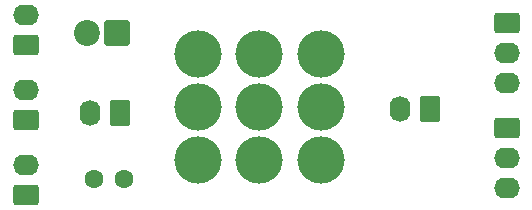
<source format=gbr>
%TF.GenerationSoftware,KiCad,Pcbnew,9.0.0*%
%TF.CreationDate,2025-08-04T16:21:28+01:00*%
%TF.ProjectId,FootSw,466f6f74-5377-42e6-9b69-6361645f7063,V1.3*%
%TF.SameCoordinates,Original*%
%TF.FileFunction,Soldermask,Bot*%
%TF.FilePolarity,Negative*%
%FSLAX46Y46*%
G04 Gerber Fmt 4.6, Leading zero omitted, Abs format (unit mm)*
G04 Created by KiCad (PCBNEW 9.0.0) date 2025-08-04 16:21:28*
%MOMM*%
%LPD*%
G01*
G04 APERTURE LIST*
G04 Aperture macros list*
%AMRoundRect*
0 Rectangle with rounded corners*
0 $1 Rounding radius*
0 $2 $3 $4 $5 $6 $7 $8 $9 X,Y pos of 4 corners*
0 Add a 4 corners polygon primitive as box body*
4,1,4,$2,$3,$4,$5,$6,$7,$8,$9,$2,$3,0*
0 Add four circle primitives for the rounded corners*
1,1,$1+$1,$2,$3*
1,1,$1+$1,$4,$5*
1,1,$1+$1,$6,$7*
1,1,$1+$1,$8,$9*
0 Add four rect primitives between the rounded corners*
20,1,$1+$1,$2,$3,$4,$5,0*
20,1,$1+$1,$4,$5,$6,$7,0*
20,1,$1+$1,$6,$7,$8,$9,0*
20,1,$1+$1,$8,$9,$2,$3,0*%
G04 Aperture macros list end*
%ADD10RoundRect,0.250000X0.620000X0.845000X-0.620000X0.845000X-0.620000X-0.845000X0.620000X-0.845000X0*%
%ADD11O,1.740000X2.190000*%
%ADD12RoundRect,0.250000X0.845000X-0.620000X0.845000X0.620000X-0.845000X0.620000X-0.845000X-0.620000X0*%
%ADD13O,2.190000X1.740000*%
%ADD14RoundRect,0.249999X0.850001X0.850001X-0.850001X0.850001X-0.850001X-0.850001X0.850001X-0.850001X0*%
%ADD15C,2.200000*%
%ADD16C,4.000000*%
%ADD17RoundRect,0.250000X-0.845000X0.620000X-0.845000X-0.620000X0.845000X-0.620000X0.845000X0.620000X0*%
%ADD18C,1.600000*%
G04 APERTURE END LIST*
D10*
%TO.C,J5*%
X67500000Y-59500000D03*
D11*
X64960000Y-59500000D03*
%TD*%
D12*
%TO.C,J8*%
X59500000Y-66440000D03*
D13*
X59500000Y-63900000D03*
%TD*%
D14*
%TO.C,D2*%
X67250000Y-52750000D03*
D15*
X64710000Y-52750000D03*
%TD*%
D16*
%TO.C,SW1*%
X74100000Y-54500000D03*
X74100000Y-59000000D03*
X74100000Y-63500000D03*
X79300000Y-54500000D03*
X79300000Y-59000000D03*
X79300000Y-63500000D03*
X84500000Y-54500000D03*
X84500000Y-59000000D03*
X84500000Y-63500000D03*
%TD*%
D12*
%TO.C,J9*%
X59500000Y-60140000D03*
D13*
X59500000Y-57600000D03*
%TD*%
D17*
%TO.C,J7*%
X100250000Y-51920000D03*
D13*
X100250000Y-54460000D03*
X100250000Y-57000000D03*
%TD*%
D10*
%TO.C,J2*%
X93750000Y-59170000D03*
D11*
X91210000Y-59170000D03*
%TD*%
D12*
%TO.C,J4*%
X59500000Y-53800000D03*
D13*
X59500000Y-51260000D03*
%TD*%
D18*
%TO.C,R1*%
X65255000Y-65100000D03*
X67795000Y-65100000D03*
%TD*%
D17*
%TO.C,J1*%
X100250000Y-60750000D03*
D13*
X100250000Y-63290000D03*
X100250000Y-65830000D03*
%TD*%
M02*

</source>
